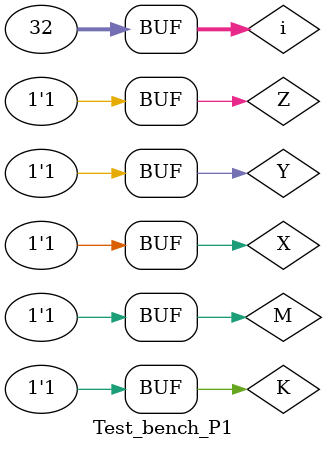
<source format=v>
`include "AND_inciso3.v"
`include "AND_inciso2.v"


module Test_bench_P1;
    reg X, Y,Z ,K, M; // Entradas
    wire WS_OR2, WS_OR3,WS_OR4,WS_OR5, Wout_7,Wout_8;  // Salidas
    integer i;

    AND_inciso2 Indtance0 ( WS_OR2,X, Y, Z,K,M);
    AND_inciso3 Indtance1 (WS_OR3, X, Y, Z,K,M);
    
   
    
initial begin

    // Estímulo
    // Para iniciar en 00000
    X <= 0;Y <= 0;Z <= 0;K <= 0;M <= 0;

    for(i = 0; i < 32; i = i + 1) 
        begin
            {X,Y,Z,K,M} = i; 
            #10; 
        end   
end
   
initial begin
    $monitor("A continuacion la tabla de verdad usada:");
    $monitor("X=%0b Y=%0b Z=%0b K=%0b M=%0b ", X,Y,Z,K,M);
    // Crear archivo .vcd para gtkwave
    $dumpfile("Prueba_P1.vcd");
    $dumpvars(0, Test_bench_P1);
end
endmodule



</source>
